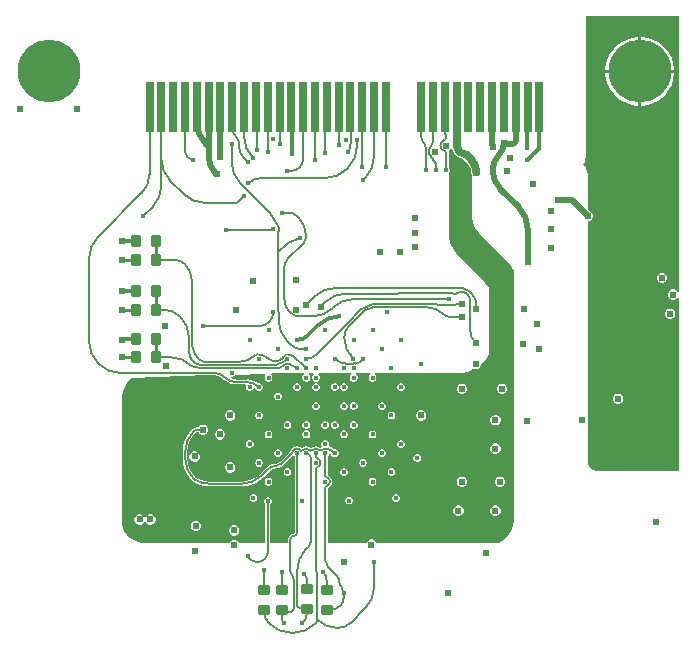
<source format=gbl>
G04*
G04 #@! TF.GenerationSoftware,Altium Limited,Altium Designer,23.2.1 (34)*
G04*
G04 Layer_Physical_Order=4*
G04 Layer_Color=16711680*
%FSLAX45Y45*%
%MOMM*%
G71*
G04*
G04 #@! TF.SameCoordinates,ADC88703-2645-4175-AC7A-3A7664539AE9*
G04*
G04*
G04 #@! TF.FilePolarity,Positive*
G04*
G01*
G75*
%ADD11C,0.20320*%
%ADD16C,0.63500*%
%ADD17C,0.12700*%
G04:AMPARAMS|DCode=20|XSize=1mm|YSize=0.9mm|CornerRadius=0.1125mm|HoleSize=0mm|Usage=FLASHONLY|Rotation=270.000|XOffset=0mm|YOffset=0mm|HoleType=Round|Shape=RoundedRectangle|*
%AMROUNDEDRECTD20*
21,1,1.00000,0.67500,0,0,270.0*
21,1,0.77500,0.90000,0,0,270.0*
1,1,0.22500,-0.33750,-0.38750*
1,1,0.22500,-0.33750,0.38750*
1,1,0.22500,0.33750,0.38750*
1,1,0.22500,0.33750,-0.38750*
%
%ADD20ROUNDEDRECTD20*%
G04:AMPARAMS|DCode=21|XSize=1mm|YSize=0.9mm|CornerRadius=0.1125mm|HoleSize=0mm|Usage=FLASHONLY|Rotation=180.000|XOffset=0mm|YOffset=0mm|HoleType=Round|Shape=RoundedRectangle|*
%AMROUNDEDRECTD21*
21,1,1.00000,0.67500,0,0,180.0*
21,1,0.77500,0.90000,0,0,180.0*
1,1,0.22500,-0.38750,0.33750*
1,1,0.22500,0.38750,0.33750*
1,1,0.22500,0.38750,-0.33750*
1,1,0.22500,-0.38750,-0.33750*
%
%ADD21ROUNDEDRECTD21*%
%ADD51C,0.15240*%
%ADD52C,0.50800*%
%ADD53C,0.25400*%
%ADD54C,0.30480*%
%ADD57R,0.70000X4.20000*%
%ADD59R,0.70000X4.19999*%
%ADD62C,5.30000*%
%ADD63C,0.35560*%
%ADD64C,0.60960*%
%ADD65C,0.40640*%
G36*
X11712719Y9258032D02*
X11725798Y9226457D01*
X11748286Y9197149D01*
X11748527Y9197389D01*
X11763230Y9187565D01*
X11780573Y9184115D01*
Y9184115D01*
X11792403Y9182015D01*
X11793576Y9181782D01*
X11804059Y9174778D01*
X11804420Y9174237D01*
X11832375Y9146283D01*
X11841254Y9137403D01*
X11849201Y9127994D01*
X11859894Y9114059D01*
X11871353Y9086395D01*
X11875185Y9057285D01*
X11874679Y9056708D01*
X11874679D01*
X11878129Y9039364D01*
X11880000Y9036564D01*
Y8705210D01*
X11881223Y8680313D01*
X11890937Y8631478D01*
X11909992Y8585475D01*
X11937655Y8544074D01*
X11954395Y8525605D01*
X12200000Y8280000D01*
X12209511Y8270489D01*
X12224457Y8248121D01*
X12234752Y8223267D01*
X12240000Y8196882D01*
X12239999Y8183431D01*
X12239999D01*
X12240000Y8183431D01*
X12239999Y6138970D01*
X12240000Y6113953D01*
X12230239Y6064881D01*
X12211092Y6018655D01*
X12183295Y5977054D01*
X12165605Y5959365D01*
X12151972Y5945732D01*
X12133094Y5933118D01*
X12112118Y5924429D01*
X12089849Y5920000D01*
X12078496Y5920000D01*
X11072147D01*
X11067181Y5931990D01*
X11055034Y5944137D01*
X11039164Y5950711D01*
X11021986D01*
X11006115Y5944137D01*
X10993968Y5931990D01*
X10989002Y5920000D01*
X10659423D01*
Y6384299D01*
X10662794Y6384970D01*
X10682118Y6397882D01*
X10695030Y6417206D01*
X10699564Y6440000D01*
X10695030Y6462795D01*
X10682118Y6482119D01*
X10662794Y6495030D01*
X10659423Y6495701D01*
Y6652726D01*
X10667993Y6661296D01*
X10672674Y6672599D01*
X10678093Y6674227D01*
X10685720Y6675424D01*
X10686980Y6674373D01*
Y6673432D01*
X10692007Y6661296D01*
X10701296Y6652007D01*
X10713432Y6646980D01*
X10726568D01*
X10738704Y6652007D01*
X10747993Y6661296D01*
X10753020Y6673432D01*
Y6686568D01*
X10747993Y6698704D01*
X10738704Y6707993D01*
X10726568Y6713020D01*
X10723749D01*
X10712397Y6716276D01*
X10691706Y6730102D01*
X10677248Y6732978D01*
X10676043Y6734061D01*
X10670469Y6747275D01*
X10673020Y6753432D01*
Y6766568D01*
X10667993Y6778704D01*
X10658704Y6787993D01*
X10646568Y6793020D01*
X10633431D01*
X10621295Y6787993D01*
X10612006Y6778704D01*
X10606980Y6766568D01*
Y6753432D01*
X10611016Y6743688D01*
X10605826Y6730882D01*
X10595390Y6726614D01*
X10582794Y6735030D01*
X10560000Y6739565D01*
X10537205Y6735030D01*
X10530053Y6730251D01*
X10518778Y6724553D01*
X10508916Y6730940D01*
X10502795Y6735030D01*
X10480000Y6739565D01*
X10457206Y6735030D01*
X10440000Y6723534D01*
X10422794Y6735030D01*
X10400000Y6739565D01*
X10377206Y6735030D01*
X10357881Y6722119D01*
X10347610Y6706746D01*
X10347606Y6706741D01*
X10347606Y6706740D01*
X10344969Y6702795D01*
X10344312Y6700414D01*
X10343070Y6695919D01*
D01*
X10335569Y6686299D01*
X10255145Y6605874D01*
X10255076Y6605772D01*
X10239164Y6595140D01*
X10232210Y6593757D01*
X10220248Y6591976D01*
Y6591976D01*
X10192439Y6588315D01*
X10166525Y6577581D01*
X10144273Y6560506D01*
X10144272Y6560506D01*
X10135678Y6551140D01*
X10093963Y6509425D01*
X10093518Y6508758D01*
X10058546Y6480058D01*
X10017950Y6458359D01*
X9973902Y6444997D01*
X9928878Y6440563D01*
X9928092Y6440719D01*
X9663655D01*
X9662869Y6440563D01*
X9617846Y6444997D01*
X9573797Y6458359D01*
X9543496Y6474555D01*
Y6474555D01*
X9535524Y6483250D01*
X9511261Y6512815D01*
X9489562Y6553410D01*
X9476200Y6597459D01*
X9471766Y6642483D01*
X9471922Y6643268D01*
Y6687980D01*
X9471766Y6688765D01*
X9476200Y6733789D01*
X9489562Y6777838D01*
X9511261Y6818433D01*
X9532507Y6844322D01*
X9540957Y6853522D01*
X9548256Y6858400D01*
X9556867Y6860112D01*
X9567995Y6856315D01*
X9568315Y6855541D01*
X9580462Y6843394D01*
X9596332Y6836820D01*
X9613510D01*
X9629381Y6843394D01*
X9641528Y6855541D01*
X9648101Y6871411D01*
Y6888589D01*
X9641528Y6904460D01*
X9629381Y6916606D01*
X9613510Y6923180D01*
X9596332D01*
X9580462Y6916606D01*
X9568315Y6904460D01*
X9568070Y6903869D01*
X9556867Y6900254D01*
Y6900254D01*
X9532895Y6895486D01*
X9512572Y6881906D01*
X9512827Y6881652D01*
X9484914Y6848971D01*
X9462457Y6812325D01*
X9446010Y6772617D01*
X9435977Y6730826D01*
X9432605Y6687980D01*
X9433076D01*
Y6643268D01*
X9432605D01*
X9435977Y6600422D01*
X9446010Y6558630D01*
X9462457Y6518923D01*
X9484914Y6482277D01*
X9512826Y6449596D01*
X9512826Y6449595D01*
X9519466Y6443621D01*
X9525768Y6439411D01*
X9526089Y6439347D01*
X9534200Y6434385D01*
X9539309Y6431254D01*
X9579017Y6414807D01*
X9620808Y6404774D01*
X9663655Y6401401D01*
Y6401873D01*
X9928092D01*
Y6401401D01*
X9970939Y6404774D01*
X10012730Y6414807D01*
X10052438Y6431254D01*
X10089083Y6453711D01*
X10121765Y6481623D01*
X10121432Y6481956D01*
X10163147Y6523671D01*
X10172352Y6532427D01*
X10186380Y6543191D01*
X10202716Y6549958D01*
X10220181Y6552257D01*
X10220248Y6552199D01*
Y6552199D01*
X10243181Y6555218D01*
X10264552Y6564070D01*
X10282877Y6578131D01*
X10282905Y6578152D01*
X10282632Y6578424D01*
X10361122Y6656914D01*
X10377736Y6655567D01*
X10380577Y6652726D01*
Y6008340D01*
X10380410D01*
X10380047Y6007464D01*
X10370820Y5999081D01*
X10353477Y5995631D01*
X10338773Y5985807D01*
X10328949Y5971103D01*
X10325499Y5953760D01*
X10325997D01*
Y5920000D01*
X10171926D01*
Y6245462D01*
X10173836Y6246254D01*
X10183125Y6255542D01*
X10188152Y6267679D01*
Y6280815D01*
X10183125Y6292951D01*
X10173836Y6302240D01*
X10161700Y6307267D01*
X10148563D01*
X10136427Y6302240D01*
X10127138Y6292951D01*
X10122112Y6280815D01*
Y6267679D01*
X10127138Y6255542D01*
X10133080Y6249601D01*
Y5920000D01*
X9909533D01*
X9906956Y5926222D01*
X9894809Y5938369D01*
X9878939Y5944942D01*
X9861761D01*
X9845890Y5938369D01*
X9833743Y5926222D01*
X9831166Y5920000D01*
X9112825D01*
X9092931Y5920000D01*
X9053908Y5927762D01*
X9017149Y5942988D01*
X8984067Y5965093D01*
X8958111Y5991049D01*
X8939429Y6019009D01*
X8926560Y6050076D01*
X8920000Y6083057D01*
Y6099871D01*
Y7134789D01*
Y7159806D01*
X8929761Y7208878D01*
X8948908Y7255104D01*
X8976705Y7296705D01*
X9000000Y7320000D01*
X9636000Y7339282D01*
X9696182D01*
X9696795Y7339404D01*
X9728695Y7335205D01*
X9758993Y7322655D01*
X9775070Y7310318D01*
X9784328Y7302009D01*
X9784329Y7302009D01*
X9812399Y7280470D01*
X9845088Y7266929D01*
X9880168Y7262311D01*
Y7263073D01*
X9960083D01*
X9968569Y7250372D01*
X9966959Y7246486D01*
Y7233350D01*
X9971986Y7221214D01*
X9981275Y7211925D01*
X9993411Y7206898D01*
X10006548D01*
X10018684Y7211925D01*
X10027973Y7221214D01*
X10029484Y7224862D01*
X10044733Y7230256D01*
X10049123Y7227941D01*
X10052007Y7220978D01*
X10061296Y7211690D01*
X10073432Y7206663D01*
X10086568D01*
X10098704Y7211690D01*
X10107993Y7220978D01*
X10113020Y7233115D01*
Y7246251D01*
X10107993Y7258387D01*
X10098704Y7267676D01*
X10086568Y7272703D01*
X10073432D01*
X10073104Y7272567D01*
X10068928Y7275994D01*
X10039236Y7291865D01*
X10007019Y7301638D01*
X9973514Y7304938D01*
Y7304509D01*
X9880168D01*
Y7304583D01*
X9856029Y7307761D01*
X9840289Y7314280D01*
X9842816Y7326980D01*
X9853348D01*
X9865484Y7332007D01*
X9874773Y7341296D01*
X9876965Y7346588D01*
X10129589Y7354247D01*
X10135008Y7341705D01*
X10132007Y7338704D01*
X10126980Y7326568D01*
Y7313432D01*
X10132007Y7301296D01*
X10141296Y7292007D01*
X10153432Y7286980D01*
X10166568D01*
X10178704Y7292007D01*
X10187993Y7301296D01*
X10193020Y7313432D01*
Y7326568D01*
X10187993Y7338704D01*
X10183521Y7343176D01*
X10188621Y7356037D01*
X10319360Y7360000D01*
X10457097D01*
X10460338Y7350732D01*
X10460603Y7347300D01*
X10452007Y7338704D01*
X10446980Y7326568D01*
Y7313432D01*
X10452007Y7301296D01*
X10461296Y7292007D01*
X10473432Y7286980D01*
X10486568D01*
X10498704Y7292007D01*
X10507993Y7301296D01*
X10513020Y7313432D01*
Y7326568D01*
X10507993Y7338704D01*
X10499397Y7347300D01*
X10499662Y7350732D01*
X10502904Y7360000D01*
X10537097D01*
X10540338Y7350732D01*
X10540603Y7347300D01*
X10532007Y7338704D01*
X10526980Y7326568D01*
Y7313432D01*
X10532007Y7301296D01*
X10541296Y7292007D01*
X10553432Y7286980D01*
X10566568D01*
X10578704Y7292007D01*
X10587993Y7301296D01*
X10593020Y7313432D01*
Y7326568D01*
X10587993Y7338704D01*
X10579397Y7347300D01*
X10579662Y7350732D01*
X10582903Y7360000D01*
X10857097D01*
X10860338Y7350732D01*
X10860603Y7347300D01*
X10852007Y7338704D01*
X10846980Y7326568D01*
Y7313432D01*
X10852007Y7301296D01*
X10861296Y7292007D01*
X10873432Y7286980D01*
X10886568D01*
X10898704Y7292007D01*
X10907993Y7301296D01*
X10913020Y7313432D01*
Y7326568D01*
X10907993Y7338704D01*
X10899397Y7347300D01*
X10899662Y7350732D01*
X10902904Y7360000D01*
X11017097D01*
X11020338Y7350732D01*
X11020603Y7347300D01*
X11012007Y7338704D01*
X11006980Y7326568D01*
Y7313432D01*
X11012007Y7301296D01*
X11021296Y7292007D01*
X11033432Y7286980D01*
X11046568D01*
X11058704Y7292007D01*
X11067993Y7301296D01*
X11073020Y7313432D01*
Y7326568D01*
X11067993Y7338704D01*
X11059397Y7347300D01*
X11059662Y7350732D01*
X11062903Y7360000D01*
X11774790D01*
X11799686Y7361223D01*
X11848522Y7370937D01*
X11894524Y7389992D01*
X11898654Y7392751D01*
X11905411Y7389952D01*
X11922589D01*
X11938459Y7396526D01*
X11950606Y7408673D01*
X11957180Y7424543D01*
Y7437180D01*
X12000000Y7480000D01*
X12006487Y7487158D01*
X12017208Y7503203D01*
X12024593Y7521032D01*
X12028358Y7539960D01*
X12028832Y7549608D01*
X12028833Y7549609D01*
Y8045233D01*
X12028299Y8056102D01*
X12024058Y8077424D01*
X12015738Y8097508D01*
X12003661Y8115584D01*
X11996352Y8123647D01*
X11996352Y8123648D01*
X11762770Y8357230D01*
X11745081Y8374919D01*
X11717283Y8416521D01*
X11698137Y8462746D01*
X11688375Y8511818D01*
Y8536834D01*
X11688375Y9058498D01*
X11691673Y9061796D01*
X11696700Y9073932D01*
Y9087068D01*
X11691673Y9099204D01*
X11688375Y9102502D01*
Y9249293D01*
X11698946Y9259864D01*
X11704338Y9260170D01*
X11712719Y9258032D01*
D02*
G37*
G36*
X13636343Y8049452D02*
X13623643Y8046925D01*
X13623067Y8048319D01*
X13610919Y8060466D01*
X13595049Y8067040D01*
X13577872D01*
X13562001Y8060466D01*
X13549854Y8048319D01*
X13543280Y8032449D01*
Y8015271D01*
X13549854Y7999401D01*
X13562001Y7987254D01*
X13577872Y7980680D01*
X13595049D01*
X13610919Y7987254D01*
X13623067Y7999401D01*
X13623643Y8000795D01*
X13636343Y7998268D01*
X13636343Y6532880D01*
X12931531D01*
X12917294Y6535712D01*
X12903883Y6541266D01*
X12891815Y6549331D01*
X12881551Y6559595D01*
X12873486Y6571664D01*
X12867932Y6585074D01*
X12865100Y6599310D01*
Y6606568D01*
Y8643620D01*
X12873689D01*
X12889558Y8650194D01*
X12901706Y8662341D01*
X12908279Y8678211D01*
Y8695389D01*
X12901706Y8711259D01*
X12889558Y8723406D01*
X12879099Y8727740D01*
X12865100Y8741737D01*
Y9028273D01*
X12864415Y9042214D01*
X12858975Y9069563D01*
X12848305Y9095324D01*
X12832812Y9118509D01*
X12826347Y9124974D01*
X12829352Y9130178D01*
X12835168Y9144221D01*
X12837120Y9151502D01*
X12839542Y9158639D01*
X12842506Y9173548D01*
X12842879Y9179197D01*
X12843892Y9184768D01*
X12844266Y9192368D01*
X12844110Y9194260D01*
X12844357Y9196142D01*
X12844357Y10384984D01*
X13636343D01*
Y8049452D01*
D02*
G37*
%LPC*%
G36*
X10566568Y7273020D02*
X10553432D01*
X10541296Y7267993D01*
X10532007Y7258705D01*
X10526980Y7246568D01*
Y7233432D01*
X10532007Y7221296D01*
X10541296Y7212007D01*
X10553432Y7206980D01*
X10566568D01*
X10578704Y7212007D01*
X10587993Y7221296D01*
X10593020Y7233432D01*
Y7246568D01*
X10587993Y7258705D01*
X10578704Y7267993D01*
X10566568Y7273020D01*
D02*
G37*
G36*
X11286568Y7273020D02*
X11273432D01*
X11261296Y7267993D01*
X11252007Y7258704D01*
X11246980Y7246568D01*
Y7233432D01*
X11252007Y7221296D01*
X11261296Y7212007D01*
X11273432Y7206980D01*
X11286568D01*
X11298704Y7212007D01*
X11307993Y7221296D01*
X11313020Y7233432D01*
Y7246568D01*
X11307993Y7258704D01*
X11298704Y7267993D01*
X11286568Y7273020D01*
D02*
G37*
G36*
X10806568D02*
X10793432D01*
X10781296Y7267993D01*
X10772007Y7258704D01*
X10766980Y7246568D01*
Y7233432D01*
X10772007Y7221296D01*
X10781296Y7212007D01*
X10793432Y7206980D01*
X10806568D01*
X10818704Y7212007D01*
X10827993Y7221296D01*
X10833020Y7233432D01*
Y7246568D01*
X10827993Y7258704D01*
X10818704Y7267993D01*
X10806568Y7273020D01*
D02*
G37*
G36*
X10726568D02*
X10713432D01*
X10701296Y7267993D01*
X10692007Y7258704D01*
X10686980Y7246568D01*
Y7233432D01*
X10692007Y7221296D01*
X10701296Y7212007D01*
X10713432Y7206980D01*
X10726568D01*
X10738704Y7212007D01*
X10747993Y7221296D01*
X10753020Y7233432D01*
Y7246568D01*
X10747993Y7258704D01*
X10738704Y7267993D01*
X10726568Y7273020D01*
D02*
G37*
G36*
X10406568D02*
X10393432D01*
X10381296Y7267993D01*
X10372007Y7258704D01*
X10366980Y7246568D01*
Y7233432D01*
X10372007Y7221296D01*
X10381296Y7212007D01*
X10393432Y7206980D01*
X10406568D01*
X10418704Y7212007D01*
X10427993Y7221296D01*
X10433020Y7233432D01*
Y7246568D01*
X10427993Y7258704D01*
X10418704Y7267993D01*
X10406568Y7273020D01*
D02*
G37*
G36*
X12145146Y7269748D02*
X12127968D01*
X12112098Y7263174D01*
X12099951Y7251027D01*
X12093377Y7235157D01*
Y7217979D01*
X12099951Y7202108D01*
X12112098Y7189961D01*
X12127968Y7183388D01*
X12145146D01*
X12161017Y7189961D01*
X12173163Y7202108D01*
X12179737Y7217979D01*
Y7235157D01*
X12173163Y7251027D01*
X12161017Y7263174D01*
X12145146Y7269748D01*
D02*
G37*
G36*
X11807645D02*
X11790467D01*
X11774597Y7263174D01*
X11762450Y7251027D01*
X11755876Y7235157D01*
Y7217979D01*
X11762450Y7202108D01*
X11774597Y7189961D01*
X11790467Y7183388D01*
X11807645D01*
X11823516Y7189961D01*
X11835663Y7202108D01*
X11842236Y7217979D01*
Y7235157D01*
X11835663Y7251027D01*
X11823516Y7263174D01*
X11807645Y7269748D01*
D02*
G37*
G36*
X10246568Y7193020D02*
X10233432D01*
X10221296Y7187993D01*
X10212007Y7178704D01*
X10206980Y7166568D01*
Y7153432D01*
X10212007Y7141296D01*
X10221296Y7132007D01*
X10233432Y7126980D01*
X10246568D01*
X10258704Y7132007D01*
X10267993Y7141296D01*
X10273020Y7153432D01*
Y7166568D01*
X10267993Y7178704D01*
X10258704Y7187993D01*
X10246568Y7193020D01*
D02*
G37*
G36*
X11126568Y7113020D02*
X11113432D01*
X11101296Y7107993D01*
X11092007Y7098704D01*
X11086980Y7086568D01*
Y7073432D01*
X11092007Y7061296D01*
X11101296Y7052007D01*
X11113432Y7046980D01*
X11126568D01*
X11138704Y7052007D01*
X11147993Y7061296D01*
X11153020Y7073432D01*
Y7086568D01*
X11147993Y7098704D01*
X11138704Y7107993D01*
X11126568Y7113020D01*
D02*
G37*
G36*
X10886568D02*
X10873432D01*
X10861296Y7107993D01*
X10852007Y7098704D01*
X10846980Y7086568D01*
Y7073432D01*
X10852007Y7061296D01*
X10861296Y7052007D01*
X10873432Y7046980D01*
X10886568D01*
X10898704Y7052007D01*
X10907993Y7061296D01*
X10913020Y7073432D01*
Y7086568D01*
X10907993Y7098704D01*
X10898704Y7107993D01*
X10886568Y7113020D01*
D02*
G37*
G36*
X10806568D02*
X10793432D01*
X10781296Y7107993D01*
X10772007Y7098704D01*
X10766980Y7086568D01*
Y7073432D01*
X10772007Y7061296D01*
X10781296Y7052007D01*
X10793432Y7046980D01*
X10806568D01*
X10818704Y7052007D01*
X10827993Y7061296D01*
X10833020Y7073432D01*
Y7086568D01*
X10827993Y7098704D01*
X10818704Y7107993D01*
X10806568Y7113020D01*
D02*
G37*
G36*
X10566568D02*
X10553432D01*
X10541296Y7107993D01*
X10532007Y7098704D01*
X10526980Y7086568D01*
Y7073432D01*
X10532007Y7061296D01*
X10541296Y7052007D01*
X10553432Y7046980D01*
X10566568D01*
X10578704Y7052007D01*
X10587993Y7061296D01*
X10593020Y7073432D01*
Y7086568D01*
X10587993Y7098704D01*
X10578704Y7107993D01*
X10566568Y7113020D01*
D02*
G37*
G36*
X11206568Y7033020D02*
X11193432D01*
X11181296Y7027993D01*
X11172007Y7018704D01*
X11166980Y7006568D01*
Y6993432D01*
X11172007Y6981296D01*
X11181296Y6972007D01*
X11193432Y6966980D01*
X11206568D01*
X11218704Y6972007D01*
X11227993Y6981296D01*
X11233020Y6993432D01*
Y7006568D01*
X11227993Y7018704D01*
X11218704Y7027993D01*
X11206568Y7033020D01*
D02*
G37*
G36*
X10086568D02*
X10073432D01*
X10061296Y7027993D01*
X10052007Y7018704D01*
X10046980Y7006568D01*
Y6993432D01*
X10052007Y6981296D01*
X10061296Y6972007D01*
X10073432Y6966980D01*
X10086568D01*
X10098704Y6972007D01*
X10107993Y6981296D01*
X10113020Y6993432D01*
Y7006568D01*
X10107993Y7018704D01*
X10098704Y7027993D01*
X10086568Y7033020D01*
D02*
G37*
G36*
X11461767Y7043180D02*
X11444589D01*
X11428719Y7036606D01*
X11416572Y7024459D01*
X11409998Y7008589D01*
Y6991411D01*
X11416572Y6975541D01*
X11428719Y6963394D01*
X11444589Y6956820D01*
X11461767D01*
X11477638Y6963394D01*
X11489784Y6975541D01*
X11496358Y6991411D01*
Y7008589D01*
X11489784Y7024459D01*
X11477638Y7036606D01*
X11461767Y7043180D01*
D02*
G37*
G36*
X9844712D02*
X9827534D01*
X9811663Y7036606D01*
X9799517Y7024459D01*
X9792943Y7008589D01*
Y6991411D01*
X9799517Y6975541D01*
X9811663Y6963394D01*
X9827534Y6956820D01*
X9844712D01*
X9860582Y6963394D01*
X9872729Y6975541D01*
X9879303Y6991411D01*
Y7008589D01*
X9872729Y7024459D01*
X9860582Y7036606D01*
X9844712Y7043180D01*
D02*
G37*
G36*
X12089691Y7003180D02*
X12072513D01*
X12056642Y6996606D01*
X12044496Y6984459D01*
X12037922Y6968589D01*
Y6951411D01*
X12044496Y6935541D01*
X12056642Y6923394D01*
X12072513Y6916820D01*
X12089691D01*
X12105561Y6923394D01*
X12117708Y6935541D01*
X12124282Y6951411D01*
Y6968589D01*
X12117708Y6984459D01*
X12105561Y6996606D01*
X12089691Y7003180D01*
D02*
G37*
G36*
X10486568Y6953020D02*
X10473432D01*
X10461296Y6947993D01*
X10452007Y6938704D01*
X10446980Y6926568D01*
Y6913432D01*
X10452007Y6901296D01*
X10461296Y6892007D01*
X10473432Y6886980D01*
X10486568D01*
X10498704Y6892007D01*
X10507993Y6901296D01*
X10513020Y6913432D01*
Y6926568D01*
X10507993Y6938704D01*
X10498704Y6947993D01*
X10486568Y6953020D01*
D02*
G37*
G36*
X10886568Y6953020D02*
X10873432D01*
X10861296Y6947993D01*
X10852007Y6938704D01*
X10846980Y6926568D01*
Y6913432D01*
X10852007Y6901296D01*
X10861296Y6892007D01*
X10873432Y6886980D01*
X10886568D01*
X10898704Y6892007D01*
X10907993Y6901296D01*
X10913020Y6913432D01*
Y6926568D01*
X10907993Y6938704D01*
X10898704Y6947993D01*
X10886568Y6953020D01*
D02*
G37*
G36*
X10726568D02*
X10713432D01*
X10701296Y6947993D01*
X10692007Y6938704D01*
X10686980Y6926568D01*
Y6913432D01*
X10692007Y6901296D01*
X10701296Y6892007D01*
X10713432Y6886980D01*
X10726568D01*
X10738704Y6892007D01*
X10747993Y6901296D01*
X10753020Y6913432D01*
Y6926568D01*
X10747993Y6938704D01*
X10738704Y6947993D01*
X10726568Y6953020D01*
D02*
G37*
G36*
X10646568D02*
X10633432D01*
X10621296Y6947993D01*
X10612007Y6938704D01*
X10606980Y6926568D01*
Y6913432D01*
X10612007Y6901296D01*
X10621296Y6892007D01*
X10633432Y6886980D01*
X10646568D01*
X10658704Y6892007D01*
X10667993Y6901296D01*
X10673020Y6913432D01*
Y6926568D01*
X10667993Y6938704D01*
X10658704Y6947993D01*
X10646568Y6953020D01*
D02*
G37*
G36*
X10326568D02*
X10313432D01*
X10301296Y6947993D01*
X10292007Y6938704D01*
X10286980Y6926568D01*
Y6913432D01*
X10292007Y6901296D01*
X10301296Y6892007D01*
X10313432Y6886980D01*
X10326568D01*
X10338704Y6892007D01*
X10347993Y6901296D01*
X10353020Y6913432D01*
Y6926568D01*
X10347993Y6938704D01*
X10338704Y6947993D01*
X10326568Y6953020D01*
D02*
G37*
G36*
X10806568Y6873020D02*
X10793432D01*
X10781296Y6867993D01*
X10772007Y6858705D01*
X10766980Y6846568D01*
Y6833432D01*
X10772007Y6821296D01*
X10781296Y6812007D01*
X10793432Y6806980D01*
X10806568D01*
X10818704Y6812007D01*
X10827993Y6821296D01*
X10833020Y6833432D01*
Y6846568D01*
X10827993Y6858705D01*
X10818704Y6867993D01*
X10806568Y6873020D01*
D02*
G37*
G36*
X10486568D02*
X10473432D01*
X10461296Y6867993D01*
X10452007Y6858705D01*
X10446980Y6846568D01*
Y6833432D01*
X10452007Y6821296D01*
X10461296Y6812007D01*
X10473432Y6806980D01*
X10486568D01*
X10498704Y6812007D01*
X10507993Y6821296D01*
X10513020Y6833432D01*
Y6846568D01*
X10507993Y6858705D01*
X10498704Y6867993D01*
X10486568Y6873020D01*
D02*
G37*
G36*
X11046568Y6872120D02*
X11033432D01*
X11021296Y6867093D01*
X11012007Y6857804D01*
X11006980Y6845668D01*
Y6832532D01*
X11012007Y6820396D01*
X11021296Y6811107D01*
X11033432Y6806080D01*
X11046568D01*
X11058704Y6811107D01*
X11067993Y6820396D01*
X11073020Y6832532D01*
Y6845668D01*
X11067993Y6857804D01*
X11058704Y6867093D01*
X11046568Y6872120D01*
D02*
G37*
G36*
X10166568D02*
X10153432D01*
X10141296Y6867093D01*
X10132007Y6857804D01*
X10126980Y6845668D01*
Y6832532D01*
X10132007Y6820396D01*
X10141296Y6811107D01*
X10153432Y6806080D01*
X10166568D01*
X10178704Y6811107D01*
X10187993Y6820396D01*
X10193020Y6832532D01*
Y6845668D01*
X10187993Y6857804D01*
X10178704Y6867093D01*
X10166568Y6872120D01*
D02*
G37*
G36*
X9756374Y6882280D02*
X9739196D01*
X9723326Y6875706D01*
X9711179Y6863560D01*
X9704605Y6847689D01*
Y6830511D01*
X9711179Y6814641D01*
X9723326Y6802494D01*
X9739196Y6795920D01*
X9756374D01*
X9772245Y6802494D01*
X9784391Y6814641D01*
X9790965Y6830511D01*
Y6847689D01*
X9784391Y6863560D01*
X9772245Y6875706D01*
X9756374Y6882280D01*
D02*
G37*
G36*
X10006604Y6793085D02*
X9993468D01*
X9981332Y6788058D01*
X9972043Y6778769D01*
X9967016Y6766633D01*
Y6753497D01*
X9972043Y6741361D01*
X9981332Y6732072D01*
X9993468Y6727045D01*
X10006604D01*
X10018740Y6732072D01*
X10028029Y6741361D01*
X10033056Y6753497D01*
Y6766633D01*
X10028029Y6778769D01*
X10018740Y6788058D01*
X10006604Y6793085D01*
D02*
G37*
G36*
X11286568Y6793020D02*
X11273432D01*
X11261296Y6787993D01*
X11252007Y6778704D01*
X11246980Y6766568D01*
Y6753432D01*
X11252007Y6741296D01*
X11261296Y6732007D01*
X11273432Y6726980D01*
X11286568D01*
X11298704Y6732007D01*
X11307993Y6741296D01*
X11313020Y6753432D01*
Y6766568D01*
X11307993Y6778704D01*
X11298704Y6787993D01*
X11286568Y6793020D01*
D02*
G37*
G36*
X12089691Y6763180D02*
X12072513D01*
X12056642Y6756607D01*
X12044496Y6744460D01*
X12037922Y6728589D01*
Y6711411D01*
X12044496Y6695541D01*
X12056642Y6683394D01*
X12072513Y6676820D01*
X12089691D01*
X12105561Y6683394D01*
X12117708Y6695541D01*
X12124282Y6711411D01*
Y6728589D01*
X12117708Y6744460D01*
X12105561Y6756607D01*
X12089691Y6763180D01*
D02*
G37*
G36*
X11126568Y6713020D02*
X11113432D01*
X11101296Y6707993D01*
X11092007Y6698704D01*
X11086980Y6686568D01*
Y6673432D01*
X11092007Y6661296D01*
X11101296Y6652007D01*
X11113432Y6646980D01*
X11126568D01*
X11138704Y6652007D01*
X11147993Y6661296D01*
X11153020Y6673432D01*
Y6686568D01*
X11147993Y6698704D01*
X11138704Y6707993D01*
X11126568Y6713020D01*
D02*
G37*
G36*
X10246568D02*
X10233432D01*
X10221296Y6707993D01*
X10212007Y6698704D01*
X10206980Y6686568D01*
Y6673432D01*
X10212007Y6661296D01*
X10221296Y6652007D01*
X10233432Y6646980D01*
X10246568D01*
X10258704Y6652007D01*
X10267993Y6661296D01*
X10273020Y6673432D01*
Y6686568D01*
X10267993Y6698704D01*
X10258704Y6707993D01*
X10246568Y6713020D01*
D02*
G37*
G36*
X9541588Y6695906D02*
X9524410D01*
X9508540Y6689332D01*
X9496393Y6677185D01*
X9489819Y6661315D01*
Y6644137D01*
X9496393Y6628266D01*
X9508540Y6616120D01*
X9524410Y6609546D01*
X9541588D01*
X9557459Y6616120D01*
X9569605Y6628266D01*
X9576179Y6644137D01*
Y6661315D01*
X9569605Y6677185D01*
X9557459Y6689332D01*
X9541588Y6695906D01*
D02*
G37*
G36*
X11426408Y6673020D02*
X11413272D01*
X11401136Y6667993D01*
X11391847Y6658704D01*
X11386820Y6646568D01*
Y6633432D01*
X11391847Y6621296D01*
X11401136Y6612007D01*
X11413272Y6606980D01*
X11426408D01*
X11438544Y6612007D01*
X11447833Y6621296D01*
X11452860Y6633432D01*
Y6646568D01*
X11447833Y6658704D01*
X11438544Y6667993D01*
X11426408Y6673020D01*
D02*
G37*
G36*
X10966568Y6633020D02*
X10953432D01*
X10941296Y6627993D01*
X10932007Y6618704D01*
X10926980Y6606568D01*
Y6593432D01*
X10932007Y6581296D01*
X10941296Y6572007D01*
X10953432Y6566980D01*
X10966568D01*
X10978704Y6572007D01*
X10987993Y6581296D01*
X10993020Y6593432D01*
Y6606568D01*
X10987993Y6618704D01*
X10978704Y6627993D01*
X10966568Y6633020D01*
D02*
G37*
G36*
X10086568D02*
X10073432D01*
X10061296Y6627993D01*
X10052007Y6618704D01*
X10046980Y6606568D01*
Y6593432D01*
X10052007Y6581296D01*
X10061296Y6572007D01*
X10073432Y6566980D01*
X10086568D01*
X10098704Y6572007D01*
X10107993Y6581296D01*
X10113020Y6593432D01*
Y6606568D01*
X10107993Y6618704D01*
X10098704Y6627993D01*
X10086568Y6633020D01*
D02*
G37*
G36*
X9844712Y6603180D02*
X9827534D01*
X9811663Y6596606D01*
X9799517Y6584460D01*
X9792943Y6568589D01*
Y6551411D01*
X9799517Y6535541D01*
X9811663Y6523394D01*
X9827534Y6516820D01*
X9844712D01*
X9860582Y6523394D01*
X9872729Y6535541D01*
X9879303Y6551411D01*
Y6568589D01*
X9872729Y6584460D01*
X9860582Y6596606D01*
X9844712Y6603180D01*
D02*
G37*
G36*
X11206568Y6553020D02*
X11193432D01*
X11181296Y6547993D01*
X11172007Y6538704D01*
X11166980Y6526568D01*
Y6513432D01*
X11172007Y6501296D01*
X11181296Y6492007D01*
X11193432Y6486980D01*
X11206568D01*
X11218704Y6492007D01*
X11227993Y6501296D01*
X11233020Y6513432D01*
Y6526568D01*
X11227993Y6538704D01*
X11218704Y6547993D01*
X11206568Y6553020D01*
D02*
G37*
G36*
X10806568D02*
X10793432D01*
X10781296Y6547993D01*
X10772007Y6538704D01*
X10766980Y6526568D01*
Y6513432D01*
X10772007Y6501296D01*
X10781296Y6492007D01*
X10793432Y6486980D01*
X10806568D01*
X10818704Y6492007D01*
X10827993Y6501296D01*
X10833020Y6513432D01*
Y6526568D01*
X10827993Y6538704D01*
X10818704Y6547993D01*
X10806568Y6553020D01*
D02*
G37*
G36*
X10326568D02*
X10313432D01*
X10301296Y6547993D01*
X10292007Y6538704D01*
X10286980Y6526568D01*
Y6513432D01*
X10292007Y6501296D01*
X10301296Y6492007D01*
X10313432Y6486980D01*
X10326568D01*
X10338704Y6492007D01*
X10347993Y6501296D01*
X10353020Y6513432D01*
Y6526568D01*
X10347993Y6538704D01*
X10338704Y6547993D01*
X10326568Y6553020D01*
D02*
G37*
G36*
X11046568Y6473020D02*
X11033432D01*
X11021296Y6467993D01*
X11012007Y6458704D01*
X11006980Y6446568D01*
Y6433432D01*
X11012007Y6421296D01*
X11021296Y6412007D01*
X11033432Y6406980D01*
X11046568D01*
X11058704Y6412007D01*
X11067993Y6421296D01*
X11073020Y6433432D01*
Y6446568D01*
X11067993Y6458704D01*
X11058704Y6467993D01*
X11046568Y6473020D01*
D02*
G37*
G36*
X10166568D02*
X10153432D01*
X10141296Y6467993D01*
X10132007Y6458704D01*
X10126980Y6446568D01*
Y6433432D01*
X10132007Y6421296D01*
X10141296Y6412007D01*
X10153432Y6406980D01*
X10166568D01*
X10178704Y6412007D01*
X10187993Y6421296D01*
X10193020Y6433432D01*
Y6446568D01*
X10187993Y6458704D01*
X10178704Y6467993D01*
X10166568Y6473020D01*
D02*
G37*
G36*
X12128589Y6483180D02*
X12111411D01*
X12095540Y6476606D01*
X12083394Y6464460D01*
X12076820Y6448589D01*
Y6431411D01*
X12083394Y6415541D01*
X12095540Y6403394D01*
X12111411Y6396820D01*
X12128589D01*
X12144459Y6403394D01*
X12156606Y6415541D01*
X12163180Y6431411D01*
Y6448589D01*
X12156606Y6464460D01*
X12144459Y6476606D01*
X12128589Y6483180D01*
D02*
G37*
G36*
X11803416D02*
X11786238D01*
X11770368Y6476606D01*
X11758221Y6464460D01*
X11751647Y6448589D01*
Y6431411D01*
X11758221Y6415541D01*
X11770368Y6403394D01*
X11786238Y6396820D01*
X11803416D01*
X11819286Y6403394D01*
X11831433Y6415541D01*
X11838007Y6431411D01*
Y6448589D01*
X11831433Y6464460D01*
X11819286Y6476606D01*
X11803416Y6483180D01*
D02*
G37*
G36*
X10038097Y6335260D02*
X10024961D01*
X10012825Y6330233D01*
X10003536Y6320944D01*
X9998509Y6308808D01*
Y6295672D01*
X10003536Y6283536D01*
X10012825Y6274247D01*
X10024961Y6269220D01*
X10038097D01*
X10050233Y6274247D01*
X10059522Y6283536D01*
X10064549Y6295672D01*
Y6308808D01*
X10059522Y6320944D01*
X10050233Y6330233D01*
X10038097Y6335260D01*
D02*
G37*
G36*
X11246068Y6334760D02*
X11232932D01*
X11220796Y6329733D01*
X11211507Y6320444D01*
X11206480Y6308308D01*
Y6295172D01*
X11211507Y6283036D01*
X11220796Y6273747D01*
X11232932Y6268720D01*
X11246068D01*
X11258204Y6273747D01*
X11267493Y6283036D01*
X11272520Y6295172D01*
Y6308308D01*
X11267493Y6320444D01*
X11258204Y6329733D01*
X11246068Y6334760D01*
D02*
G37*
G36*
X10846568Y6313020D02*
X10833432D01*
X10821296Y6307993D01*
X10812007Y6298704D01*
X10806980Y6286568D01*
Y6273432D01*
X10812007Y6261296D01*
X10821296Y6252007D01*
X10833432Y6246980D01*
X10846568D01*
X10858704Y6252007D01*
X10867993Y6261296D01*
X10873020Y6273432D01*
Y6286568D01*
X10867993Y6298704D01*
X10858704Y6307993D01*
X10846568Y6313020D01*
D02*
G37*
G36*
X12089691Y6238073D02*
X12072513D01*
X12056642Y6231500D01*
X12044496Y6219353D01*
X12037922Y6203482D01*
Y6186304D01*
X12044496Y6170434D01*
X12056642Y6158287D01*
X12072513Y6151713D01*
X12089691D01*
X12105561Y6158287D01*
X12117708Y6170434D01*
X12124282Y6186304D01*
Y6203482D01*
X12117708Y6219353D01*
X12105561Y6231500D01*
X12089691Y6238073D01*
D02*
G37*
G36*
X11776368D02*
X11759190D01*
X11743320Y6231500D01*
X11731173Y6219353D01*
X11724599Y6203482D01*
Y6186304D01*
X11731173Y6170434D01*
X11743320Y6158287D01*
X11759190Y6151713D01*
X11776368D01*
X11792239Y6158287D01*
X11804386Y6170434D01*
X11810959Y6186304D01*
Y6203482D01*
X11804386Y6219353D01*
X11792239Y6231500D01*
X11776368Y6238073D01*
D02*
G37*
G36*
X9168589Y6163180D02*
X9151411D01*
X9135541Y6156606D01*
X9123394Y6144459D01*
X9120873Y6138374D01*
X9107127D01*
X9104606Y6144459D01*
X9092459Y6156606D01*
X9076589Y6163180D01*
X9059411D01*
X9043540Y6156606D01*
X9031393Y6144459D01*
X9024820Y6128589D01*
Y6111411D01*
X9031393Y6095540D01*
X9043540Y6083393D01*
X9059411Y6076820D01*
X9076589D01*
X9092459Y6083393D01*
X9104606Y6095540D01*
X9107127Y6101626D01*
X9120873D01*
X9123394Y6095541D01*
X9135541Y6083394D01*
X9151411Y6076820D01*
X9168589D01*
X9184459Y6083394D01*
X9196606Y6095541D01*
X9203180Y6111411D01*
Y6128589D01*
X9196606Y6144459D01*
X9184459Y6156606D01*
X9168589Y6163180D01*
D02*
G37*
G36*
X9551574Y6107628D02*
X9534396D01*
X9518526Y6101054D01*
X9506379Y6088907D01*
X9499805Y6073037D01*
Y6055859D01*
X9506379Y6039988D01*
X9518526Y6027841D01*
X9534396Y6021268D01*
X9551574D01*
X9567445Y6027841D01*
X9579592Y6039988D01*
X9586165Y6055859D01*
Y6073037D01*
X9579592Y6088907D01*
X9567445Y6101054D01*
X9551574Y6107628D01*
D02*
G37*
G36*
X9878939Y6069702D02*
X9861761D01*
X9845890Y6063129D01*
X9833743Y6050982D01*
X9827170Y6035111D01*
Y6017933D01*
X9833743Y6002063D01*
X9845890Y5989916D01*
X9861761Y5983342D01*
X9878939D01*
X9894809Y5989916D01*
X9906956Y6002063D01*
X9913530Y6017933D01*
Y6035111D01*
X9906956Y6050982D01*
X9894809Y6063129D01*
X9878939Y6069702D01*
D02*
G37*
G36*
X13325356Y10203140D02*
X13315199D01*
Y9925440D01*
X13592900D01*
Y9935595D01*
X13585748Y9980742D01*
X13571625Y10024215D01*
X13550871Y10064943D01*
X13524004Y10101923D01*
X13491682Y10134244D01*
X13454703Y10161112D01*
X13413976Y10181864D01*
X13370502Y10195989D01*
X13325356Y10203140D01*
D02*
G37*
G36*
X13289799D02*
X13279645D01*
X13234499Y10195989D01*
X13191025Y10181864D01*
X13150298Y10161112D01*
X13113316Y10134244D01*
X13080995Y10101923D01*
X13054128Y10064943D01*
X13033376Y10024215D01*
X13019250Y9980742D01*
X13012100Y9935595D01*
Y9925440D01*
X13289799D01*
Y10203140D01*
D02*
G37*
G36*
X13592900Y9900040D02*
X13315199D01*
Y9622340D01*
X13325356D01*
X13370502Y9629491D01*
X13413976Y9643616D01*
X13454703Y9664368D01*
X13491682Y9691235D01*
X13524004Y9723557D01*
X13550871Y9760537D01*
X13571625Y9801265D01*
X13585748Y9844738D01*
X13592900Y9889885D01*
Y9900040D01*
D02*
G37*
G36*
X13289799D02*
X13012100D01*
Y9889885D01*
X13019250Y9844738D01*
X13033376Y9801265D01*
X13054128Y9760537D01*
X13080995Y9723557D01*
X13113316Y9691235D01*
X13150298Y9664368D01*
X13191025Y9643616D01*
X13234499Y9629491D01*
X13279645Y9622340D01*
X13289799D01*
Y9900040D01*
D02*
G37*
G36*
X13498589Y8207785D02*
X13481412D01*
X13465541Y8201211D01*
X13453394Y8189065D01*
X13446820Y8173194D01*
Y8156016D01*
X13453394Y8140146D01*
X13465541Y8127999D01*
X13481412Y8121425D01*
X13498589D01*
X13514459Y8127999D01*
X13526607Y8140146D01*
X13533180Y8156016D01*
Y8173194D01*
X13526607Y8189065D01*
X13514459Y8201211D01*
X13498589Y8207785D01*
D02*
G37*
G36*
X13570322Y7904951D02*
X13553143D01*
X13537273Y7898378D01*
X13525125Y7886231D01*
X13518552Y7870360D01*
Y7853182D01*
X13525125Y7837312D01*
X13537273Y7825165D01*
X13553143Y7818591D01*
X13570322D01*
X13586191Y7825165D01*
X13598338Y7837312D01*
X13604912Y7853182D01*
Y7870360D01*
X13598338Y7886231D01*
X13586191Y7898378D01*
X13570322Y7904951D01*
D02*
G37*
G36*
X13128589Y7185477D02*
X13111411D01*
X13095540Y7178903D01*
X13083394Y7166756D01*
X13076820Y7150886D01*
Y7133708D01*
X13083394Y7117837D01*
X13095540Y7105690D01*
X13111411Y7099117D01*
X13128589D01*
X13144460Y7105690D01*
X13156606Y7117837D01*
X13163181Y7133708D01*
Y7150886D01*
X13156606Y7166756D01*
X13144460Y7178903D01*
X13128589Y7185477D01*
D02*
G37*
%LPD*%
D11*
X10152503Y9231741D02*
Y9612740D01*
X10252502Y9296400D02*
Y9612740D01*
D16*
X11752499Y9297211D02*
G03*
X11780573Y9229436I95849J0D01*
G01*
X11920000Y9056708D02*
G03*
X11873301Y9169450I-159441J0D01*
G01*
X11836467Y9206284D02*
G03*
X11780573Y9229436I-55893J-55893D01*
G01*
X11752499Y9297211D02*
Y9612740D01*
X11836467Y9206284D02*
X11873301Y9169450D01*
D17*
X11800000Y7831654D02*
G03*
X11794827Y7833797I-5173J-5173D01*
G01*
X10171450Y8567213D02*
G03*
X10200000Y8579039I0J40376D01*
G01*
X10409276Y8682560D02*
G03*
X10322864Y8718353I-86412J-86412D01*
G01*
X10480000Y8511818D02*
G03*
X10409276Y8682560I-241466J0D01*
G01*
X10319360Y8320808D02*
G03*
X10292726Y8256509I64299J-64299D01*
G01*
Y7984582D02*
G03*
X10336794Y7878192I150458J0D01*
G01*
X10346774Y7871243D02*
G03*
X10336794Y7878192I-11361J-5676D01*
G01*
X10386576Y7843837D02*
G03*
X10418034Y7840000I31458J127027D01*
G01*
X10541296D02*
G03*
X10695649Y7903935I0J218288D01*
G01*
X10884178Y7987254D02*
G03*
X10704572Y7912859I0J-254000D01*
G01*
X10347441Y9070311D02*
G03*
X10424160Y9102089I0J108498D01*
G01*
D02*
G03*
X10452502Y9170513I-68424J68424D01*
G01*
X10458526Y8459974D02*
G03*
X10480000Y8511818I-51843J51843D01*
G01*
X10346774Y7871243D02*
G03*
X10385198Y7844090I44366J22020D01*
G01*
X10386576Y7843837D02*
G03*
X10385198Y7844090I-2981J-12345D01*
G01*
X10244965Y7807081D02*
G03*
X10319360Y7627475I254000J0D01*
G01*
X10095900Y7760614D02*
G03*
X10161867Y7787939I0J93292D01*
G01*
D02*
G03*
X10200000Y7880000I-92061J92061D01*
G01*
X10240631Y7957493D02*
G03*
X10240647Y7956131I39369J-221D01*
G01*
X10244965Y7807081D02*
G03*
X10244960Y7807449I-12701J0D01*
G01*
X11688527Y7937770D02*
G03*
X11694787Y7937895I2145J49484D01*
G01*
X10943928Y7899522D02*
G03*
X10942040Y7897961I7112J-10522D01*
G01*
X10949907Y7903309D02*
G03*
X10947876Y7902191I5081J-11640D01*
G01*
X11489301Y7946405D02*
G03*
X11477202Y7946668I-12099J-279138D01*
G01*
X10979605Y5370405D02*
G03*
X11054000Y5550010I-179605J179605D01*
G01*
X10743289Y5200000D02*
G03*
X10855806Y5246606I0J159122D01*
G01*
X10560018Y5240018D02*
G03*
X10572700Y5270660I-30679J30643D01*
G01*
X10572700Y5270660D02*
G03*
X10743289Y5200000I170589J170590D01*
G01*
X10446980Y5240018D02*
G03*
X10485622Y5333307I-93289J93289D01*
G01*
X10366828Y5160000D02*
G03*
X10560018Y5240018I35J273136D01*
G01*
X10273121Y5273552D02*
G03*
X10286980Y5240094I47317J0D01*
G01*
X10760000Y5580380D02*
G03*
X10765921Y5566086I20215J0D01*
G01*
X10766980Y5388981D02*
G03*
X10795000Y5456627I-67646J67646D01*
G01*
Y5504490D02*
G03*
X10772007Y5560000I-78503J0D01*
G01*
X10273121Y5355000D02*
G03*
X10317619Y5336568I44498J44498D01*
G01*
X10163103Y5240042D02*
G03*
X10356283Y5160000I193179J193095D01*
G01*
X10120000Y5344165D02*
G03*
X10163053Y5240094I147311J0D01*
G01*
X10349564Y5337583D02*
G03*
X10349574Y5337594I-2466J2487D01*
G01*
X10347098Y5336568D02*
G03*
X10349564Y5337583I0J3502D01*
G01*
X10366980Y5355000D02*
G03*
X10376835Y5378793I-23793J23793D01*
G01*
X10760000Y5580380D02*
G03*
X10730009Y5652785I-102396J0D01*
G01*
X10684943Y5355000D02*
G03*
X10766980Y5388981I0J116018D01*
G01*
X10640000Y5775031D02*
G03*
X10662794Y5720000I77825J0D01*
G01*
X10649536Y6401803D02*
G03*
X10640000Y6389583I3164J-12300D01*
G01*
Y6490417D02*
G03*
X10649508Y6478205I12700J81D01*
G01*
X10560000Y5690486D02*
G03*
X10564668Y5679217I15937J0D01*
G01*
X10572700Y5659825D02*
G03*
X10564668Y5679217I-27424J0D01*
G01*
X10376835Y5603373D02*
G03*
X10357978Y5648900I-64384J0D01*
G01*
X10345420Y5679217D02*
G03*
X10357978Y5648900I42875J0D01*
G01*
X10402848Y5388925D02*
G03*
X10406481Y5380088I12701J56D01*
G01*
X10402235Y5528638D02*
G03*
X10402235Y5528582I12701J0D01*
G01*
X10399999Y5675482D02*
G03*
X10400006Y5675099I12701J20D01*
G01*
X10402235Y5603373D02*
G03*
X10402190Y5606219I-89784J0D01*
G01*
X10406568Y5380000D02*
G03*
X10458140Y5358638I51572J51572D01*
G01*
X10515600Y6644400D02*
G03*
X10480000Y6680000I-35600J0D01*
G01*
X10476804Y5873121D02*
G03*
X10400000Y5675483I215887J-197639D01*
G01*
X9998509Y5787094D02*
G03*
X9989123Y5809754I-32045J0D01*
G01*
X9998509Y5786560D02*
G03*
X10062630Y5760000I64122J64122D01*
G01*
X10067885D02*
G03*
X10132007Y5786560I0J90682D01*
G01*
D02*
G03*
X10152503Y5836041I-49481J49481D01*
G01*
X10483557Y5876934D02*
G03*
X10476804Y5873121I2570J-12438D01*
G01*
X10498464Y5885252D02*
G03*
X10515600Y5928360I-45656J43108D01*
G01*
X10483557Y5876934D02*
G03*
X10498464Y5885252I-5748J27820D01*
G01*
X11551172Y9313386D02*
G03*
X11552499Y9318881I-11373J5655D01*
G01*
X11577320Y9122946D02*
G03*
X11574969Y9130307I-12701J-0D01*
G01*
X11490193Y9234933D02*
G03*
X11490029Y9228713I74757J-5089D01*
G01*
X11492237Y9264958D02*
G03*
X11492266Y9265820I-12671J863D01*
G01*
X11520580Y9251857D02*
G03*
X11524528Y9201221I44370J-22013D01*
G01*
X11452500Y9361825D02*
G03*
X11477202Y9302189I84338J0D01*
G01*
X11492266Y9265820D02*
G03*
X11477202Y9302189I-51432J0D01*
G01*
X11657394Y9409090D02*
G03*
X11657395Y9408896I12700J0D01*
G01*
X11663680Y9224823D02*
G03*
X11653631Y9237164I-12700J-80D01*
G01*
X11649850Y9333223D02*
G03*
X11658912Y9345746I-3633J12169D01*
G01*
X11649850Y9333223D02*
G03*
X11653631Y9237164I13830J-47560D01*
G01*
X10857363Y9324935D02*
G03*
X10857556Y9328869I-39177J3895D01*
G01*
X10852564Y9276657D02*
G03*
X10852501Y9275401I12639J-1256D01*
G01*
X10834417Y9231741D02*
G03*
X10852501Y9275401I-43660J43660D01*
G01*
X9852498Y9433361D02*
G03*
X9882534Y9360849I102548J0D01*
G01*
X9911130Y9291811D02*
G03*
X9882534Y9360849I-97634J0D01*
G01*
X9911130Y9272279D02*
G03*
X9946688Y9186435I121401J0D01*
G01*
X9952498Y9360849D02*
G03*
X10026220Y9182867I251704J0D01*
G01*
X10059673Y9595417D02*
G03*
X10052498Y9612740I-24499J0D01*
G01*
X10155132Y6274247D02*
G03*
X10152503Y6267900I6347J-6347D01*
G01*
X9083180Y8680000D02*
G03*
X9099020Y8686561I0J22402D01*
G01*
X9178105Y8765645D02*
G03*
X9252499Y8945251I-179605J179605D01*
G01*
Y9168113D02*
G03*
X9326894Y8988508I254000J0D01*
G01*
X9441008Y8874395D02*
G03*
X9620613Y8800000I179605J179605D01*
G01*
X9882534D02*
G03*
X9898514Y8806619I0J22599D01*
G01*
X10641752Y9010646D02*
G03*
X10821358Y9085041I0J254000D01*
G01*
X10097277Y9010646D02*
G03*
X9989021Y8965805I0J-153096D01*
G01*
X10833295Y9096979D02*
G03*
X10907690Y9276584I-179605J179605D01*
G01*
X10220248Y7427449D02*
G03*
X10278305Y7451497I0J82105D01*
G01*
X10228101Y7400000D02*
G03*
X10287074Y7424428I0J83401D01*
G01*
X10293945Y7459298D02*
G03*
X10283505Y7453510I26055J-59298D01*
G01*
X10287074Y7424428D02*
G03*
X10291777Y7427449I-4346J11933D01*
G01*
X10337092Y7435466D02*
G03*
X10291777Y7427449I-17092J-35467D01*
G01*
X10278305Y7451497D02*
G03*
X10283505Y7453510I-1871J12562D01*
G01*
X9556868Y6880000D02*
G03*
X9526894Y6867585I0J-42389D01*
G01*
D02*
G03*
X9452499Y6687980I179605J-179605D01*
G01*
Y6643268D02*
G03*
X9526894Y6463663I254000J0D01*
G01*
X9533201Y6457356D02*
G03*
X9663655Y6421296I130454J217940D01*
G01*
X10698061Y6701939D02*
G03*
X10667298Y6714682I-30763J-30763D01*
G01*
X10657550Y6715242D02*
G03*
X10667298Y6714682I5546J11425D01*
G01*
X10438186Y6700977D02*
G03*
X10449832Y6705295I1971J12546D01*
G01*
X10430146Y6705323D02*
G03*
X10437629Y6701068I9647J8260D01*
G01*
X10357978Y6681239D02*
G03*
X10361374Y6687619I-9049J8911D01*
G01*
X10268879Y6592140D02*
G03*
X10268897Y6592158I-48631J48668D01*
G01*
X10220248Y6572007D02*
G03*
X10268879Y6592140I0J68801D01*
G01*
X10220248Y6572007D02*
G03*
X10158393Y6546386I0J-87476D01*
G01*
X9928092Y6421296D02*
G03*
X10107698Y6495691I0J254000D01*
G01*
X10657550Y6715242D02*
G03*
X10609708Y6705148I-17551J-35241D01*
G01*
X10590306Y6705131D02*
G03*
X10609708Y6705148I9694J8205D01*
G01*
X10517967Y6703387D02*
G03*
X10531131Y6706769I3913J12083D01*
G01*
X10507516Y6708158D02*
G03*
X10512178Y6705318I8784J9173D01*
G01*
X10507516Y6708158D02*
G03*
X10449832Y6705295I-27516J-28158D01*
G01*
X10430146Y6705323D02*
G03*
X10361374Y6687619I-30145J-25323D01*
G01*
X10590306Y6705131D02*
G03*
X10531131Y6706769I-30306J-25131D01*
G01*
X9208394Y7644276D02*
G03*
X9206857Y7647986I-5247J0D01*
G01*
X9507812Y7419288D02*
G03*
X9328207Y7493683I-179605J-179605D01*
G01*
X9509445Y7417655D02*
G03*
X9590586Y7400000I81142J177629D01*
G01*
X9486820Y7538750D02*
G03*
X9521411Y7455240I118101J0D01*
G01*
D02*
G03*
X9588504Y7427449I67093J67093D01*
G01*
X9573180Y7470886D02*
G03*
X9615129Y7453510I41949J41949D01*
G01*
X9512369Y7589205D02*
G03*
X9573180Y7470886I214683J35552D01*
G01*
X9412425Y7836767D02*
G03*
X9268050Y7896570I-144375J-144375D01*
G01*
X9486820Y7657162D02*
G03*
X9412425Y7836767I-254000J0D01*
G01*
X9512220Y7591065D02*
G03*
X9512369Y7589205I12700J81D01*
G01*
X9452499Y8280000D02*
G03*
X9355930Y8320000I-96569J-96569D01*
G01*
X9509445Y8142521D02*
G03*
X9452499Y8280000I-194425J0D01*
G01*
X9512220Y7677279D02*
G03*
X9509555Y7715782I-279400J0D01*
G01*
X9509445Y7717370D02*
G03*
X9509555Y7715782I12700J81D01*
G01*
X9911130Y7453510D02*
G03*
X10044390Y7508708I0J188458D01*
G01*
X10061940Y7515977D02*
G03*
X10044390Y7508708I0J-24819D01*
G01*
X10160350Y7478793D02*
G03*
X10212486Y7457197I52137J52137D01*
G01*
D02*
G03*
X10273121Y7482313I0J85751D01*
G01*
X10278864Y7488056D02*
G03*
X10283084Y7493683I-7653J10136D01*
G01*
X10100065Y7513873D02*
G03*
X10103533Y7512493I6378J10982D01*
G01*
X10100065Y7513873D02*
G03*
X10065933Y7516771I-20065J-33873D01*
G01*
X10155132Y7484011D02*
G03*
X10103533Y7512493I-75132J-75132D01*
G01*
X10061940Y7515977D02*
G03*
X10065933Y7516771I-449J12692D01*
G01*
X10341059Y7513264D02*
G03*
X10283084Y7493683I-21059J-33264D01*
G01*
X10295595Y7460190D02*
G03*
X10320000Y7480000I-83108J127324D01*
G01*
X10293945Y7459298D02*
G03*
X10295594Y7460190I-5199J11587D01*
G01*
X10370969Y7500147D02*
G03*
X10345912Y7511792I-28463J-28464D01*
G01*
X10341059Y7513264D02*
G03*
X10345912Y7511792I6039J11173D01*
G01*
X10464833Y7406283D02*
G03*
X10480000Y7400000I15167J15167D01*
G01*
X10395875Y7404125D02*
G03*
X10339775Y7434552I-79332J-79338D01*
G01*
X10337092Y7435466D02*
G03*
X10339775Y7434552I5414J11489D01*
G01*
X10345420Y7600000D02*
G03*
X10441988Y7560000I96568J96568D01*
G01*
X10336835Y7610001D02*
G03*
X10345420Y7600000I69955J51369D01*
G01*
X11052501Y7946668D02*
G03*
X11047447Y7945619I0J-12701D01*
G01*
X11057772Y7921268D02*
G03*
X11052743Y7920230I0J-12700D01*
G01*
X11656807Y7846873D02*
G03*
X11688375Y7833797I31568J31568D01*
G01*
X11656807Y7846873D02*
G03*
X11477202Y7921268I-179605J-179605D01*
G01*
X10962216Y7880961D02*
G03*
X10958329Y7878329I5054J-11651D01*
G01*
X10840614Y7760614D02*
G03*
X10800000Y7662563I98051J-98051D01*
G01*
D02*
G03*
X10874395Y7482958I254000J0D01*
G01*
X10822653Y7778574D02*
G03*
X10821443Y7777351I116012J-116011D01*
G01*
X10564519Y7514983D02*
G03*
X10564668Y7515132I-84519J84607D01*
G01*
X10480000Y7480000D02*
G03*
X10564519Y7514983I0J119590D01*
G01*
X10652502Y9612740D02*
G03*
X10640000Y9582557I30183J-30183D01*
G01*
X10978106Y9010646D02*
G03*
X11052501Y9190251I-179605J179605D01*
G01*
X10370820Y5979160D02*
G03*
X10345420Y5953760I0J-25400D01*
G01*
X10370820Y5979160D02*
G03*
X10400000Y6008340I0J29180D01*
G01*
X10569536Y6561802D02*
G03*
X10560000Y6549583I3164J-12300D01*
G01*
Y6650417D02*
G03*
X10569508Y6638205I12700J81D01*
G01*
X10569536Y6561802D02*
G03*
X10569508Y6638205I-9536J38198D01*
G01*
X10649536Y6401803D02*
G03*
X10649508Y6478205I-9536J38198D01*
G01*
X11688375Y7833797D02*
X11794827D01*
X9799517Y8567213D02*
X10171450D01*
X10273121Y8718353D02*
X10322864D01*
X10292726Y7984582D02*
Y8256509D01*
X10418034Y7840000D02*
X10541296D01*
X10695649Y7903935D02*
X10704572Y7912859D01*
X10884178Y7987254D02*
X11690672D01*
X10097277Y9010646D02*
X10641752D01*
X10320000Y9070311D02*
X10347441D01*
X10319360Y8320808D02*
X10458526Y8459974D01*
X10240647Y7956131D02*
X10244959Y7807449D01*
X10319360Y7627475D02*
X10336835Y7610001D01*
X10949907Y7903308D02*
X10949962Y7903332D01*
X10943928Y7899522D02*
X10947876Y7902191D01*
X11489301Y7946405D02*
X11688527Y7937770D01*
X10822653Y7778574D02*
X10942040Y7897961D01*
X11052501Y7946668D02*
X11477202D01*
X11694787Y7937895D02*
X11800000Y7946668D01*
X10949962Y7903332D02*
X11047447Y7945619D01*
X11663680Y9080500D02*
Y9224823D01*
X10855806Y5246606D02*
X10979605Y5370405D01*
X10572700Y5270661D02*
Y5659825D01*
X11054000Y5550010D02*
Y5760000D01*
X10458140Y5358638D02*
X10485622D01*
Y5333307D02*
Y5358638D01*
X10356283Y5160000D02*
X10366828D01*
X10273121Y5273552D02*
Y5355000D01*
X10795000Y5456627D02*
Y5504490D01*
X10163052Y5240094D02*
X10163103Y5240042D01*
X10560000Y5690486D02*
Y6549583D01*
X10317619Y5336568D02*
X10347098D01*
X10349574Y5337594D02*
X10366980Y5355000D01*
X10349564Y5337583D02*
X10349574Y5337594D01*
X10652502Y5355000D02*
X10684943D01*
X10765921Y5566086D02*
X10772007Y5560000D01*
X10662794Y5720000D02*
X10730009Y5652785D01*
X10640000Y5775031D02*
Y6389583D01*
Y6490417D02*
Y6490417D01*
Y6680000D01*
X10120000Y5344165D02*
Y5355000D01*
X10376835Y5378793D02*
Y5603373D01*
X10345420Y5679217D02*
Y5953760D01*
X10406481Y5380088D02*
X10406568Y5380000D01*
X10402235Y5528582D02*
X10402848Y5388925D01*
X10400006Y5675099D02*
X10402190Y5606219D01*
X10399999Y5675482D02*
X10400000Y5675483D01*
X10402235Y5528638D02*
Y5603373D01*
X10515600Y5928360D02*
Y6644400D01*
X9998509Y5786560D02*
Y5787094D01*
X10062630Y5760000D02*
X10067885D01*
X10152503Y5836041D02*
Y6267900D01*
X11552499Y9318881D02*
X11552500Y9318961D01*
X11520580Y9251857D02*
X11551172Y9313386D01*
X11524527Y9201221D02*
X11574969Y9130307D01*
X11490193Y9234933D02*
X11492237Y9264958D01*
X11490028Y9228713D02*
X11492266Y9080500D01*
X11577320Y9122946D02*
X11577320D01*
X11552500Y9318961D02*
Y9612740D01*
X11452500Y9361825D02*
Y9612740D01*
X11577320Y9080500D02*
Y9122946D01*
X11652500Y9612740D02*
X11657394Y9409090D01*
X11657395Y9408896D02*
X11658912Y9345746D01*
X10852501Y9612740D02*
X10857556Y9409090D01*
Y9328869D02*
Y9409090D01*
X10852564Y9276657D02*
X10857363Y9324935D01*
X9852498Y9433361D02*
Y9612740D01*
X9911130Y9272279D02*
Y9291811D01*
X9946688Y9186435D02*
X9987549Y9145574D01*
X9952498Y9360849D02*
Y9612740D01*
X10059673Y9249916D02*
Y9595417D01*
X9099020Y8686561D02*
X9178105Y8765645D01*
X9252499Y9168113D02*
Y9612740D01*
Y8945251D02*
Y9168113D01*
X9326894Y8988508D02*
X9441008Y8874395D01*
X9620613Y8800000D02*
X9882534D01*
X9898514Y8806619D02*
X9950350Y8858455D01*
X10821358Y9085041D02*
X10833295Y9096979D01*
X10907690Y9276584D02*
Y9328830D01*
X10952501Y9102089D02*
Y9612740D01*
X10752501Y9289185D02*
Y9612740D01*
X9615129Y7453510D02*
X9911130D01*
X9588504Y7427449D02*
X10220248D01*
X9590586Y7400000D02*
X10228101D01*
X9556868Y6880000D02*
X9604921D01*
X9452499Y6643268D02*
Y6687980D01*
X9533201Y6457356D02*
X9533201Y6457356D01*
X9526894Y6463663D02*
X9533201Y6457356D01*
X9663655Y6421296D02*
X9928092D01*
X9604921Y7760614D02*
X10095900D01*
X10698061Y6701939D02*
X10720000Y6680000D01*
X10437629Y6701068D02*
X10438186Y6700976D01*
X10357978Y6681239D02*
X10357978Y6681239D01*
X10268897Y6592158D02*
X10357978Y6681239D01*
X10268879Y6592140D02*
X10268897Y6592158D01*
X10107698Y6495691D02*
X10158393Y6546386D01*
X10512178Y6705318D02*
X10517967Y6703387D01*
X9205873Y8320000D02*
X9355930D01*
X9208394Y7896570D02*
X9268050D01*
X9208394Y7493683D02*
X9328207D01*
X9208394Y8050186D02*
X9208401Y8050193D01*
X9509444Y7417655D02*
X9509445Y7417655D01*
X9507812Y7419288D02*
X9509444Y7417655D01*
X9486820Y7538750D02*
Y7657162D01*
X9512220Y7591065D02*
Y7677279D01*
Y7591065D02*
Y7591065D01*
X9512369Y7589205D02*
X9512369D01*
X9509445Y7717370D02*
Y8142521D01*
Y7717370D02*
Y7717370D01*
X10278863Y7488055D02*
X10278864Y7488056D01*
X10273121Y7482313D02*
X10278863Y7488055D01*
X10155132Y7484011D02*
X10160350Y7478793D01*
X10295594Y7460190D02*
X10295595D01*
X10370969Y7500147D02*
X10464833Y7406283D01*
X10395875Y7404125D02*
X10400000Y7400000D01*
X10962216Y7880961D02*
X11052743Y7920230D01*
X11057772Y7921268D02*
X11477202D01*
X10958329Y7878329D02*
X10958329Y7878329D01*
X10840614Y7760614D02*
X10958329Y7878329D01*
X10874395Y7482958D02*
X10876015Y7481338D01*
X10564668Y7515132D02*
X10821443Y7777351D01*
X10441988Y7560000D02*
X10480000D01*
X10452502Y9170513D02*
Y9612740D01*
X10552502Y9166860D02*
Y9612740D01*
X10640000Y9219719D02*
Y9582557D01*
X10960000Y8992540D02*
X10978106Y9010646D01*
X11052501Y9190251D02*
Y9612740D01*
X11152172Y9102089D02*
X11152501Y9102417D01*
Y9612740D01*
X10400000Y6008340D02*
Y6680000D01*
X10560000Y6650417D02*
Y6680000D01*
Y6650417D02*
Y6650417D01*
D20*
X9036857Y7647986D02*
D03*
X9206857D02*
D03*
X9038402Y8050193D02*
D03*
X9208401D02*
D03*
X9208394Y7493683D02*
D03*
X9038394D02*
D03*
X9208394Y7896570D02*
D03*
X9038394D02*
D03*
X9205873Y8320000D02*
D03*
X9035873D02*
D03*
X9035065Y8475489D02*
D03*
X9205065D02*
D03*
D21*
X10120000Y5525000D02*
D03*
Y5355000D02*
D03*
X10273121Y5525000D02*
D03*
Y5355000D02*
D03*
X10485622Y5528638D02*
D03*
Y5358638D02*
D03*
X10652502Y5525000D02*
D03*
Y5355000D02*
D03*
D51*
X10249404Y8567213D02*
G03*
X10242407Y8607008I-49404J11826D01*
G01*
X10320426Y8459181D02*
G03*
X10315354Y8455832I5692J-14138D01*
G01*
X10170485Y8716055D02*
G03*
X10168590Y8718390I-12723J-8391D01*
G01*
X10243440Y8542296D02*
G03*
X10243021Y8538748I14822J-3548D01*
G01*
X9846780Y9145410D02*
G03*
X9921175Y8965805I254000J0D01*
G01*
X11860233Y8050884D02*
G03*
X11859378Y8051638I-18904J-20575D01*
G01*
X11841330Y8030309D02*
G03*
X11804185Y8049531I-59919J-70289D01*
G01*
X11747847Y8031876D02*
G03*
X11790796Y8046572I1369J66105D01*
G01*
X11804185Y8049531D02*
G03*
X11790796Y8046572I-3758J-14770D01*
G01*
X11746220Y8031973D02*
G03*
X11747551Y8031882I1702J15145D01*
G01*
X11859378Y8051637D02*
G03*
X11805228Y8077941I-77967J-91618D01*
G01*
X11696502Y8037718D02*
G03*
X11690301Y8038053I-5830J-50464D01*
G01*
X10814166Y8031667D02*
G03*
X10814277Y8031668I0J15241D01*
G01*
X11866435Y7724833D02*
G03*
X11914000Y7610000I162398J0D01*
G01*
X10814166Y8031667D02*
G03*
X10634561Y7957273I0J-254000D01*
G01*
X10652502Y5599762D02*
G03*
X10621296Y5675099I-106544J0D01*
G01*
X10485622Y5598785D02*
G03*
X10460338Y5659825I-86324J0D01*
G01*
X10278863Y5685388D02*
G03*
X10273121Y5671525I13863J-13863D01*
G01*
X10122112Y5690486D02*
G03*
X10120000Y5685388I5098J-5098D01*
G01*
X11920000Y7935099D02*
G03*
X11880000Y8031667I-136568J0D01*
G01*
X11866435Y7967848D02*
G03*
X11841330Y8030309I-90254J0D01*
G01*
X10242050Y7971812D02*
G03*
X10243021Y7977079I-14268J5356D01*
G01*
X10242050Y7971812D02*
G03*
X10239361Y7957500I37950J-14539D01*
G01*
X9452499Y9231741D02*
G03*
X9517380Y9166860I64881J0D01*
G01*
X9083180Y8880000D02*
G03*
X9152500Y9047352I-167352J167352D01*
G01*
X8714395Y8511215D02*
G03*
X8640000Y8331610I179605J-179605D01*
G01*
X10080000Y7239683D02*
G03*
X9973514Y7283791I-106486J-106486D01*
G01*
X9799517Y7317197D02*
G03*
X9880168Y7283791I80651J80651D01*
G01*
X9799517Y7317197D02*
G03*
X9696182Y7360000I-103335J-103335D01*
G01*
X8725605Y7434395D02*
G03*
X8905210Y7360000I179605J179605D01*
G01*
X8640000Y7625210D02*
G03*
X8714395Y7445605I254000J0D01*
G01*
X10871656Y7440000D02*
G03*
X10873796Y7440163I-88J15240D01*
G01*
X10720000Y7480000D02*
G03*
X10816568Y7440000I96568J96568D01*
G01*
X10902824Y7440000D02*
G03*
X10932146Y7452146I0J41468D01*
G01*
X10885753Y7440231D02*
G03*
X10873796Y7440163I-5753J-40231D01*
G01*
X10902816Y7440000D02*
G03*
X10902824Y7440000I184J15239D01*
G01*
X10885753Y7440231D02*
G03*
X10887578Y7440096I2029J15105D01*
G01*
X10726204Y8080000D02*
G03*
X10546598Y8005605I0J-254000D01*
G01*
X10320426Y8459181D02*
X10425539Y8501500D01*
X10168539Y8718441D02*
X10168589Y8718390D01*
X10243021Y8383500D02*
X10315354Y8455832D01*
X10243440Y8542296D02*
X10249404Y8567213D01*
X9921175Y8965805D02*
X10168539Y8718441D01*
X10170484Y8716055D02*
X10242407Y8607008D01*
X11804185Y8049530D02*
X11804185Y8049531D01*
X11859378Y8051637D02*
X11859378Y8051638D01*
X11782499Y8080000D02*
X11805228Y8077941D01*
X11860233Y8050884D02*
X11866482Y8045186D01*
X11747551Y8031882D02*
X11747847Y8031876D01*
X11866482Y8045186D02*
X11880000Y8031667D01*
X11696502Y8037718D02*
X11746174Y8031979D01*
X11746220Y8031973D01*
X10726204Y8080000D02*
X11782499D01*
X10814277Y8031668D02*
X11690301Y8038052D01*
X10600000Y7922711D02*
X10634561Y7957273D01*
X10600000Y7921268D02*
Y7922711D01*
X8905210Y7360000D02*
X9696182D01*
X10652502Y5525000D02*
Y5599762D01*
X10485622Y5528638D02*
Y5598785D01*
X10273121Y5525000D02*
Y5671525D01*
X10120000Y5525000D02*
Y5685388D01*
X11866435Y7724833D02*
Y7967848D01*
X10243021Y8383500D02*
Y8538748D01*
Y7977079D02*
Y8383500D01*
Y7977079D02*
Y7977079D01*
X9846780Y9145410D02*
Y9296400D01*
X8714395Y8511215D02*
X9083180Y8880000D01*
X9880168Y7283791D02*
X9973514D01*
X8714395Y7445605D02*
X8725605Y7434395D01*
X8640000Y7625210D02*
Y8331610D01*
X9152500Y9047352D02*
Y9612740D01*
X10816568Y7440000D02*
X10871656D01*
X10932146Y7452146D02*
X10960000Y7480000D01*
X10887578Y7440096D02*
X10902816Y7440000D01*
X11920000Y7898282D02*
Y7935099D01*
X10474960Y7933967D02*
X10546598Y8005605D01*
X9452499Y9231741D02*
Y9612740D01*
D52*
X12353201Y8581589D02*
G03*
X12278806Y8761194I-254000J0D01*
G01*
X12056642Y9077348D02*
G03*
X12123104Y8916897I226912J0D01*
G01*
X12108240Y9201917D02*
G03*
X12056642Y9077348I124569J-124569D01*
G01*
X12152499Y9308765D02*
G03*
X12159075Y9302189I6576J0D01*
G01*
X12352020Y8300330D02*
G03*
X12353201Y8303181I-2851J2851D01*
G01*
X12108240Y9201917D02*
G03*
X12152499Y9308765I-106848J106848D01*
G01*
X12229605Y9302189D02*
G03*
X12252498Y9325082I0J22894D01*
G01*
X12052499Y9286661D02*
G03*
X12056642Y9276657I14147J0D01*
G01*
X9552499Y9481794D02*
G03*
X9626894Y9302189I254000J0D01*
G01*
X9723378Y9043037D02*
G03*
X9712960Y9047352I-10418J-10418D01*
G01*
X9652499Y9193319D02*
G03*
X9712960Y9047352I206428J0D01*
G01*
X12353201Y8303181D02*
Y8581589D01*
X12123104Y8916897D02*
X12278806Y8761194D01*
X12159075Y9302189D02*
X12229605D01*
X12725400Y8826500D02*
X12865100Y8686800D01*
X12611165Y8826500D02*
X12725400D01*
X12252498Y9325082D02*
Y9612740D01*
X12052499Y9286661D02*
Y9612740D01*
X9626894Y9302189D02*
X9652499Y9276584D01*
Y9612740D01*
Y9193319D02*
Y9276584D01*
X9552499Y9481794D02*
Y9612740D01*
X9752498Y9187180D02*
Y9612740D01*
D53*
X8927983Y7896570D02*
G03*
X8920000Y7893263I0J-11290D01*
G01*
X8926095Y7493683D02*
G03*
X8920000Y7491158I0J-8620D01*
G01*
Y8320000D02*
X9035873D01*
X8927983Y7896570D02*
X9038394D01*
X8926095Y7493683D02*
X9038394D01*
X9205065Y8320808D02*
Y8475489D01*
Y8320808D02*
X9205873Y8320000D01*
X9208394Y7896570D02*
Y8050186D01*
Y7493683D02*
Y7644276D01*
D54*
X8939307Y7647986D02*
G03*
X8920000Y7639989I0J-27304D01*
G01*
X10760000Y7840000D02*
G03*
X10581615Y7766111I0J-252274D01*
G01*
X10400000Y7640000D02*
G03*
X10494752Y7679248I0J134000D01*
G01*
X12446262Y9255832D02*
G03*
X12451080Y9272278I-25663J16447D01*
G01*
X12352020Y9263380D02*
Y9417980D01*
X12352498Y9612740D01*
X12353201Y9165557D02*
X12399308Y9211664D01*
X12402094D02*
X12446262Y9255832D01*
X12352020Y9165557D02*
X12353201D01*
X12399308Y9211664D02*
X12402094D01*
X8920000Y8475489D02*
X9035065D01*
X8920000Y8050186D02*
X8920008Y8050193D01*
X9038402D01*
X8939307Y7647986D02*
X9036857D01*
X10494752Y7679248D02*
X10581615Y7766111D01*
X12451080Y9272278D02*
X12451080Y9272278D01*
Y9417980D01*
X12452503Y9612740D01*
X11752499D02*
X11752580Y9417980D01*
X10360000Y9217038D02*
Y9417980D01*
X10352502Y9612740D02*
X10360000Y9417980D01*
D57*
X9952498Y9612740D02*
D03*
X10152503D02*
D03*
X10452502D02*
D03*
X9152500D02*
D03*
X9452499D02*
D03*
X9752498D02*
D03*
X9652499D02*
D03*
X9252499D02*
D03*
X9552499D02*
D03*
X10252502D02*
D03*
X10052498D02*
D03*
X9352499D02*
D03*
X10352502D02*
D03*
X9852498D02*
D03*
X10652502D02*
D03*
X11652500D02*
D03*
X10752501D02*
D03*
X11052501D02*
D03*
X12352498D02*
D03*
X12152499D02*
D03*
X11452500D02*
D03*
X11752499D02*
D03*
X11152501D02*
D03*
X10852501D02*
D03*
X11952499D02*
D03*
X11852499D02*
D03*
X11552500D02*
D03*
X12252498D02*
D03*
X12052499D02*
D03*
X10952501D02*
D03*
X10552502D02*
D03*
D59*
X12452503D02*
D03*
D62*
X8302500Y9912740D02*
D03*
X13302499D02*
D03*
D63*
X8450148Y9765091D02*
D03*
X8511306Y9912740D02*
D03*
X8450148Y10060388D02*
D03*
X8302500Y10121546D02*
D03*
D03*
X8154852Y10060388D02*
D03*
X8093694Y9912740D02*
D03*
X8154852Y9765091D02*
D03*
X8302500Y9703934D02*
D03*
X13450148Y9765091D02*
D03*
X13511307Y9912740D02*
D03*
X13450148Y10060388D02*
D03*
X13302499Y10121546D02*
D03*
D03*
X13154852Y10060388D02*
D03*
X13093694Y9912740D02*
D03*
X13154852Y9765091D02*
D03*
X13302499Y9703934D02*
D03*
D64*
X11794827Y7833797D02*
D03*
X10391140Y7893263D02*
D03*
X10600000Y7921268D02*
D03*
X11914000Y7433132D02*
D03*
X13439799Y6098325D02*
D03*
X11680000Y5494018D02*
D03*
X12353201Y8303181D02*
D03*
X12555000Y8734013D02*
D03*
Y8579038D02*
D03*
X12180000Y9068839D02*
D03*
X12205000Y9183073D02*
D03*
X12402503Y8958854D02*
D03*
X12611165Y8826500D02*
D03*
X12555000Y8420990D02*
D03*
X11398509Y8672223D02*
D03*
X11399611Y8429332D02*
D03*
Y8548974D02*
D03*
X9295527Y7416313D02*
D03*
X9280000Y7760614D02*
D03*
X11030575Y5907531D02*
D03*
X12081102Y6194893D02*
D03*
X12000000Y5834754D02*
D03*
X9532999Y5851584D02*
D03*
X8537008Y9592541D02*
D03*
X8056860D02*
D03*
X11564950Y9229844D02*
D03*
X12865100Y8686800D02*
D03*
X12152499Y9308765D02*
D03*
X12970000Y9403358D02*
D03*
X13450148D02*
D03*
Y8906180D02*
D03*
X12970000D02*
D03*
X13250000Y8194865D02*
D03*
Y8012341D02*
D03*
X13270000Y7856993D02*
D03*
Y7736568D02*
D03*
X13120000Y7142297D02*
D03*
X13561732Y7861771D02*
D03*
X13489999Y8164605D02*
D03*
X13586459Y8023860D02*
D03*
X13270000Y7184395D02*
D03*
X13420000Y6795000D02*
D03*
X12352020Y6956211D02*
D03*
X12814301Y6965000D02*
D03*
X12452503Y7560000D02*
D03*
X12431560Y7774000D02*
D03*
X12318288Y7602159D02*
D03*
X12320000Y7898282D02*
D03*
X12056642Y9276657D02*
D03*
X11663680Y9285663D02*
D03*
X9752498Y9187180D02*
D03*
X9723378Y9043037D02*
D03*
X9747785Y6839100D02*
D03*
X9604921Y6880000D02*
D03*
X9882534Y7896570D02*
D03*
X9532999Y6652726D02*
D03*
X8920000Y8475489D02*
D03*
Y8320000D02*
D03*
Y8050186D02*
D03*
Y7893263D02*
D03*
Y7639989D02*
D03*
Y7491158D02*
D03*
X11782499Y9070251D02*
D03*
X11920000Y9056708D02*
D03*
X10795000Y5760000D02*
D03*
Y6113839D02*
D03*
X9870350Y5901762D02*
D03*
Y6026522D02*
D03*
X9542985Y6064448D02*
D03*
X9068000Y6120000D02*
D03*
X9160000Y6120000D02*
D03*
X11119935Y6098390D02*
D03*
X11276842Y8380094D02*
D03*
X11104901Y8383500D02*
D03*
X11920000Y7898282D02*
D03*
X10474960Y7933967D02*
D03*
X11914000Y7610000D02*
D03*
X11767779Y6194893D02*
D03*
X11794827Y6440000D02*
D03*
X11453178Y7000000D02*
D03*
X11800000Y6720000D02*
D03*
X12120000Y6440000D02*
D03*
X12081102Y6720000D02*
D03*
Y6960000D02*
D03*
X11799056Y7226568D02*
D03*
X12136557D02*
D03*
X9836123Y6560000D02*
D03*
X9712960D02*
D03*
X9836123Y7000000D02*
D03*
X10029431Y8141403D02*
D03*
X10393680Y8148914D02*
D03*
X11800000Y7946668D02*
D03*
D65*
X9799517Y8567213D02*
D03*
X10200000Y8579039D02*
D03*
X10273121Y8718353D02*
D03*
X10320000Y9070311D02*
D03*
X10200000Y7880000D02*
D03*
X11690672Y7987254D02*
D03*
X11054000Y5760000D02*
D03*
X10446980Y5240018D02*
D03*
X10797552Y5494018D02*
D03*
X10286980Y5240094D02*
D03*
X10621296Y5675099D02*
D03*
X10460338Y5659825D02*
D03*
X10273121Y5671525D02*
D03*
X10122112Y5690486D02*
D03*
X9989123Y5809754D02*
D03*
X10560000Y7080000D02*
D03*
X12352020Y9165557D02*
D03*
X10425539Y8501500D02*
D03*
X10818186Y9328830D02*
D03*
X10834417Y9231741D02*
D03*
X10155132Y6274247D02*
D03*
X9099020Y8686561D02*
D03*
X9950350Y8858455D02*
D03*
X9989021Y8965805D02*
D03*
X10952501Y9102089D02*
D03*
X10907690Y9328830D02*
D03*
X10080000Y7239683D02*
D03*
X9999979Y7239918D02*
D03*
X9604921Y7760614D02*
D03*
X10160000Y7720000D02*
D03*
X10000065Y7639989D02*
D03*
X10080000Y7480000D02*
D03*
X10320000D02*
D03*
X10800000Y7400000D02*
D03*
X11663680Y9080500D02*
D03*
X10031529Y6302240D02*
D03*
X10000036Y6760065D02*
D03*
X10080000Y7000000D02*
D03*
X10876015Y7481338D02*
D03*
X10480000Y7480000D02*
D03*
Y7560000D02*
D03*
Y7400000D02*
D03*
X10400000D02*
D03*
X10320000D02*
D03*
X9517380Y9166860D02*
D03*
X9846780Y9296400D02*
D03*
X9987549Y9145574D02*
D03*
X10026220Y9182867D02*
D03*
X10059673Y9249916D02*
D03*
X9846780Y7360000D02*
D03*
X10200000Y9342093D02*
D03*
X10400000Y7640000D02*
D03*
X10552502Y9166860D02*
D03*
X10640000Y9219719D02*
D03*
X10752501Y9289185D02*
D03*
X10960000Y8992540D02*
D03*
X11280000Y7640000D02*
D03*
X11160000Y7880000D02*
D03*
X12352020Y9263380D02*
D03*
X10360000Y9217038D02*
D03*
X10152503Y9231741D02*
D03*
X10252502Y9296400D02*
D03*
X10640000Y6440000D02*
D03*
X11419840Y6640000D02*
D03*
X11200000Y6520000D02*
D03*
X11239500Y6301740D02*
D03*
X10840000Y6280000D02*
D03*
X10400000Y6920000D02*
D03*
X10480000Y6920000D02*
D03*
X10080000Y6600000D02*
D03*
X10480000Y6680000D02*
D03*
X10560000D02*
D03*
X10480000Y6840000D02*
D03*
X10720000Y6920000D02*
D03*
X10800000Y6840000D02*
D03*
X10400000Y6760000D02*
D03*
X10720000Y7240000D02*
D03*
Y7480000D02*
D03*
X10560000Y6920000D02*
D03*
X10480000Y7320000D02*
D03*
X10800000Y7240000D02*
D03*
X10560000Y7240000D02*
D03*
Y7320000D02*
D03*
X10400000Y7160000D02*
D03*
X10800000Y6680000D02*
D03*
X10640000Y6760000D02*
D03*
X11577320Y9080500D02*
D03*
X11492266D02*
D03*
X11152172Y9102089D02*
D03*
X10760000Y7840000D02*
D03*
X10160000Y7320000D02*
D03*
X10240000Y7560000D02*
D03*
X10640000Y7720000D02*
D03*
X10880000Y7640000D02*
D03*
X11452500Y7440000D02*
D03*
X11200000Y7000000D02*
D03*
X11280000Y7240000D02*
D03*
X11040000Y7320000D02*
D03*
X11120000Y7560000D02*
D03*
X10160000Y6839100D02*
D03*
X10440000Y6280000D02*
D03*
X10160000Y6440000D02*
D03*
X10240000Y6680000D02*
D03*
Y7160000D02*
D03*
X10960000Y7480000D02*
D03*
X11040000Y7720000D02*
D03*
X11200000Y7400000D02*
D03*
X10320000Y6520000D02*
D03*
X10720000Y6680000D02*
D03*
X10640000D02*
D03*
X10400000D02*
D03*
X10560000Y7400000D02*
D03*
X10400000Y7240000D02*
D03*
X10880000Y7400000D02*
D03*
Y7320000D02*
D03*
X10320000Y6920000D02*
D03*
X11120000Y7080000D02*
D03*
X11040000Y6839100D02*
D03*
X11280000Y6760000D02*
D03*
X10960000Y6600000D02*
D03*
X11120000Y6680000D02*
D03*
X11040000Y6440000D02*
D03*
X10800000Y6520000D02*
D03*
X10560000Y6600000D02*
D03*
X10880000Y6920000D02*
D03*
X10640000D02*
D03*
X10880000Y7080000D02*
D03*
X10800000D02*
D03*
M02*

</source>
